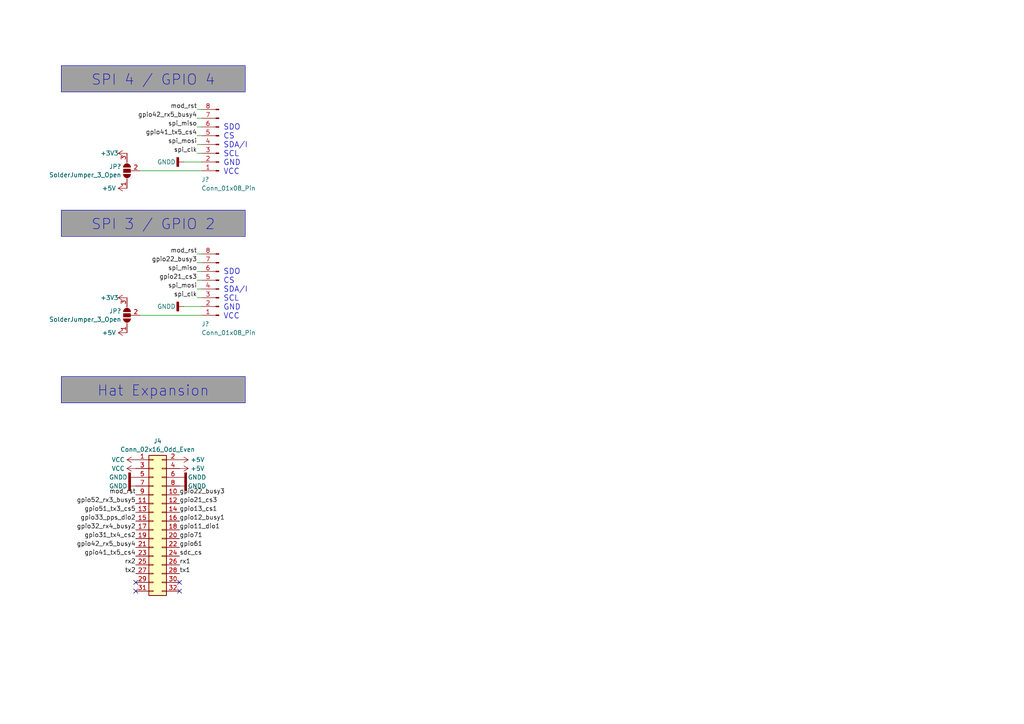
<source format=kicad_sch>
(kicad_sch (version 20230121) (generator eeschema)
  (paper "A4")
  (lib_symbols
    (symbol "Connector:Conn_01x08_Pin" (pin_names (offset 1.016) hide)
      (property "Reference" "J" (at 0 10.16 0))
      (property "Value" "Conn_01x08_Pin" (at 0 -12.7 0))
      (symbol "Conn_01x08_Pin_1_1"
        (polyline (pts (xy 1.27 -10.16) (xy 0.8636 -10.16)) (stroke (width 0.1524)))
        (polyline (pts (xy 1.27 -7.62) (xy 0.8636 -7.62)) (stroke (width 0.1524)))
        (polyline (pts (xy 1.27 -5.08) (xy 0.8636 -5.08)) (stroke (width 0.1524)))
        (polyline (pts (xy 1.27 -2.54) (xy 0.8636 -2.54)) (stroke (width 0.1524)))
        (polyline (pts (xy 1.27 0) (xy 0.8636 0)) (stroke (width 0.1524)))
        (polyline (pts (xy 1.27 2.54) (xy 0.8636 2.54)) (stroke (width 0.1524)))
        (polyline (pts (xy 1.27 5.08) (xy 0.8636 5.08)) (stroke (width 0.1524)))
        (polyline (pts (xy 1.27 7.62) (xy 0.8636 7.62)) (stroke (width 0.1524)))
        (rectangle (start 0.8636 -10.033) (end 0 -10.287) (stroke (width 0.1524)) (fill (type outline)))
        (rectangle (start 0.8636 -7.493) (end 0 -7.747) (stroke (width 0.1524)) (fill (type outline)))
        (rectangle (start 0.8636 -4.953) (end 0 -5.207) (stroke (width 0.1524)) (fill (type outline)))
        (rectangle (start 0.8636 -2.413) (end 0 -2.667) (stroke (width 0.1524)) (fill (type outline)))
        (rectangle (start 0.8636 0.127) (end 0 -0.127) (stroke (width 0.1524)) (fill (type outline)))
        (rectangle (start 0.8636 2.667) (end 0 2.413) (stroke (width 0.1524)) (fill (type outline)))
        (rectangle (start 0.8636 5.207) (end 0 4.953) (stroke (width 0.1524)) (fill (type outline)))
        (rectangle (start 0.8636 7.747) (end 0 7.493) (stroke (width 0.1524)) (fill (type outline)))
        (pin passive line (at 5.08 7.62 180) (length 3.81) (name "Pin_1") (number "1"))
        (pin passive line (at 5.08 5.08 180) (length 3.81) (name "Pin_2") (number "2"))
        (pin passive line (at 5.08 2.54 180) (length 3.81) (name "Pin_3") (number "3"))
        (pin passive line (at 5.08 0 180) (length 3.81) (name "Pin_4") (number "4"))
        (pin passive line (at 5.08 -2.54 180) (length 3.81) (name "Pin_5") (number "5"))
        (pin passive line (at 5.08 -5.08 180) (length 3.81) (name "Pin_6") (number "6"))
        (pin passive line (at 5.08 -7.62 180) (length 3.81) (name "Pin_7") (number "7"))
        (pin passive line (at 5.08 -10.16 180) (length 3.81) (name "Pin_8") (number "8"))
      )
    )
    (symbol "Connector_Generic:Conn_02x16_Odd_Even" (pin_names (offset 1.016) hide)
      (property "Reference" "J" (at 1.27 20.32 0))
      (property "Value" "Conn_02x16_Odd_Even" (at 1.27 -22.86 0))
      (symbol "Conn_02x16_Odd_Even_1_1"
        (rectangle (start -1.27 -20.193) (end 0 -20.447) (stroke (width 0.1524)))
        (rectangle (start -1.27 -17.653) (end 0 -17.907) (stroke (width 0.1524)))
        (rectangle (start -1.27 -15.113) (end 0 -15.367) (stroke (width 0.1524)))
        (rectangle (start -1.27 -12.573) (end 0 -12.827) (stroke (width 0.1524)))
        (rectangle (start -1.27 -10.033) (end 0 -10.287) (stroke (width 0.1524)))
        (rectangle (start -1.27 -7.493) (end 0 -7.747) (stroke (width 0.1524)))
        (rectangle (start -1.27 -4.953) (end 0 -5.207) (stroke (width 0.1524)))
        (rectangle (start -1.27 -2.413) (end 0 -2.667) (stroke (width 0.1524)))
        (rectangle (start -1.27 0.127) (end 0 -0.127) (stroke (width 0.1524)))
        (rectangle (start -1.27 2.667) (end 0 2.413) (stroke (width 0.1524)))
        (rectangle (start -1.27 5.207) (end 0 4.953) (stroke (width 0.1524)))
        (rectangle (start -1.27 7.747) (end 0 7.493) (stroke (width 0.1524)))
        (rectangle (start -1.27 10.287) (end 0 10.033) (stroke (width 0.1524)))
        (rectangle (start -1.27 12.827) (end 0 12.573) (stroke (width 0.1524)))
        (rectangle (start -1.27 15.367) (end 0 15.113) (stroke (width 0.1524)))
        (rectangle (start -1.27 17.907) (end 0 17.653) (stroke (width 0.1524)))
        (rectangle (start -1.27 19.05) (end 3.81 -21.59) (stroke (width 0.254)) (fill (type background)))
        (rectangle (start 3.81 -20.193) (end 2.54 -20.447) (stroke (width 0.1524)))
        (rectangle (start 3.81 -17.653) (end 2.54 -17.907) (stroke (width 0.1524)))
        (rectangle (start 3.81 -15.113) (end 2.54 -15.367) (stroke (width 0.1524)))
        (rectangle (start 3.81 -12.573) (end 2.54 -12.827) (stroke (width 0.1524)))
        (rectangle (start 3.81 -10.033) (end 2.54 -10.287) (stroke (width 0.1524)))
        (rectangle (start 3.81 -7.493) (end 2.54 -7.747) (stroke (width 0.1524)))
        (rectangle (start 3.81 -4.953) (end 2.54 -5.207) (stroke (width 0.1524)))
        (rectangle (start 3.81 -2.413) (end 2.54 -2.667) (stroke (width 0.1524)))
        (rectangle (start 3.81 0.127) (end 2.54 -0.127) (stroke (width 0.1524)))
        (rectangle (start 3.81 2.667) (end 2.54 2.413) (stroke (width 0.1524)))
        (rectangle (start 3.81 5.207) (end 2.54 4.953) (stroke (width 0.1524)))
        (rectangle (start 3.81 7.747) (end 2.54 7.493) (stroke (width 0.1524)))
        (rectangle (start 3.81 10.287) (end 2.54 10.033) (stroke (width 0.1524)))
        (rectangle (start 3.81 12.827) (end 2.54 12.573) (stroke (width 0.1524)))
        (rectangle (start 3.81 15.367) (end 2.54 15.113) (stroke (width 0.1524)))
        (rectangle (start 3.81 17.907) (end 2.54 17.653) (stroke (width 0.1524)))
        (pin passive line (at -5.08 17.78 0) (length 3.81) (name "Pin_1") (number "1"))
        (pin passive line (at 7.62 7.62 180) (length 3.81) (name "Pin_10") (number "10"))
        (pin passive line (at -5.08 5.08 0) (length 3.81) (name "Pin_11") (number "11"))
        (pin passive line (at 7.62 5.08 180) (length 3.81) (name "Pin_12") (number "12"))
        (pin passive line (at -5.08 2.54 0) (length 3.81) (name "Pin_13") (number "13"))
        (pin passive line (at 7.62 2.54 180) (length 3.81) (name "Pin_14") (number "14"))
        (pin passive line (at -5.08 0 0) (length 3.81) (name "Pin_15") (number "15"))
        (pin passive line (at 7.62 0 180) (length 3.81) (name "Pin_16") (number "16"))
        (pin passive line (at -5.08 -2.54 0) (length 3.81) (name "Pin_17") (number "17"))
        (pin passive line (at 7.62 -2.54 180) (length 3.81) (name "Pin_18") (number "18"))
        (pin passive line (at -5.08 -5.08 0) (length 3.81) (name "Pin_19") (number "19"))
        (pin passive line (at 7.62 17.78 180) (length 3.81) (name "Pin_2") (number "2"))
        (pin passive line (at 7.62 -5.08 180) (length 3.81) (name "Pin_20") (number "20"))
        (pin passive line (at -5.08 -7.62 0) (length 3.81) (name "Pin_21") (number "21"))
        (pin passive line (at 7.62 -7.62 180) (length 3.81) (name "Pin_22") (number "22"))
        (pin passive line (at -5.08 -10.16 0) (length 3.81) (name "Pin_23") (number "23"))
        (pin passive line (at 7.62 -10.16 180) (length 3.81) (name "Pin_24") (number "24"))
        (pin passive line (at -5.08 -12.7 0) (length 3.81) (name "Pin_25") (number "25"))
        (pin passive line (at 7.62 -12.7 180) (length 3.81) (name "Pin_26") (number "26"))
        (pin passive line (at -5.08 -15.24 0) (length 3.81) (name "Pin_27") (number "27"))
        (pin passive line (at 7.62 -15.24 180) (length 3.81) (name "Pin_28") (number "28"))
        (pin passive line (at -5.08 -17.78 0) (length 3.81) (name "Pin_29") (number "29"))
        (pin passive line (at -5.08 15.24 0) (length 3.81) (name "Pin_3") (number "3"))
        (pin passive line (at 7.62 -17.78 180) (length 3.81) (name "Pin_30") (number "30"))
        (pin passive line (at -5.08 -20.32 0) (length 3.81) (name "Pin_31") (number "31"))
        (pin passive line (at 7.62 -20.32 180) (length 3.81) (name "Pin_32") (number "32"))
        (pin passive line (at 7.62 15.24 180) (length 3.81) (name "Pin_4") (number "4"))
        (pin passive line (at -5.08 12.7 0) (length 3.81) (name "Pin_5") (number "5"))
        (pin passive line (at 7.62 12.7 180) (length 3.81) (name "Pin_6") (number "6"))
        (pin passive line (at -5.08 10.16 0) (length 3.81) (name "Pin_7") (number "7"))
        (pin passive line (at 7.62 10.16 180) (length 3.81) (name "Pin_8") (number "8"))
        (pin passive line (at -5.08 7.62 0) (length 3.81) (name "Pin_9") (number "9"))
      )
    )
    (symbol "Jumper:SolderJumper_3_Open" (pin_names (offset 0) hide)
      (property "Reference" "JP" (at -2.54 -2.54 0))
      (property "Value" "SolderJumper_3_Open" (at 0 2.794 0))
      (symbol "SolderJumper_3_Open_0_1"
        (arc (start -1.016 1.016) (mid -2.0276 0) (end -1.016 -1.016))
        (arc (start -1.016 1.016) (mid -2.0276 0) (end -1.016 -1.016) (fill (type outline)))
        (rectangle (start -0.508 1.016) (end 0.508 -1.016) (fill (type outline)))
        (polyline (pts (xy -2.54 0) (xy -2.032 0)))
        (polyline (pts (xy -1.016 1.016) (xy -1.016 -1.016)))
        (polyline (pts (xy 0 -1.27) (xy 0 -1.016)))
        (polyline (pts (xy 1.016 1.016) (xy 1.016 -1.016)))
        (polyline (pts (xy 2.54 0) (xy 2.032 0)))
        (arc (start 1.016 -1.016) (mid 2.0276 0) (end 1.016 1.016))
        (arc (start 1.016 -1.016) (mid 2.0276 0) (end 1.016 1.016) (fill (type outline)))
      )
      (symbol "SolderJumper_3_Open_1_1"
        (pin passive line (at -5.08 0 0) (length 2.54) (name "A") (number "1"))
        (pin passive line (at 0 -3.81 90) (length 2.54) (name "C") (number "2"))
        (pin passive line (at 5.08 0 180) (length 2.54) (name "B") (number "3"))
      )
    )
    (symbol "power:+3V3" (power) (pin_names (offset 0))
      (property "Value" "+3V3" (at 0 3.556 0))
      (symbol "+3V3_0_1"
        (polyline (pts (xy -0.762 1.27) (xy 0 2.54)))
        (polyline (pts (xy 0 0) (xy 0 2.54)))
        (polyline (pts (xy 0 2.54) (xy 0.762 1.27)))
      )
      (symbol "+3V3_1_1"
        (pin power_in line (at 0 0 90) (length 0) hide (name "+3V3") (number "1"))
      )
    )
    (symbol "power:+5V" (power) (pin_names (offset 0))
      (property "Value" "+5V" (at 0 3.556 0))
      (symbol "+5V_0_1"
        (polyline (pts (xy -0.762 1.27) (xy 0 2.54)))
        (polyline (pts (xy 0 0) (xy 0 2.54)))
        (polyline (pts (xy 0 2.54) (xy 0.762 1.27)))
      )
      (symbol "+5V_1_1"
        (pin power_in line (at 0 0 90) (length 0) hide (name "+5V") (number "1"))
      )
    )
    (symbol "power:GNDD" (power) (pin_names (offset 0))
      (property "Value" "GNDD" (at 0 -3.175 0))
      (symbol "GNDD_0_1"
        (rectangle (start -1.27 -1.524) (end 1.27 -2.032) (stroke (width 0.254)) (fill (type outline)))
        (polyline (pts (xy 0 0) (xy 0 -1.524)))
      )
      (symbol "GNDD_1_1"
        (pin power_in line (at 0 0 270) (length 0) hide (name "GNDD") (number "1"))
      )
    )
    (symbol "power:VCC" (power) (pin_names (offset 0))
      (property "Value" "VCC" (at 0 3.81 0))
      (symbol "VCC_0_1"
        (polyline (pts (xy -0.762 1.27) (xy 0 2.54)))
        (polyline (pts (xy 0 0) (xy 0 2.54)))
        (polyline (pts (xy 0 2.54) (xy 0.762 1.27)))
      )
      (symbol "VCC_1_1"
        (pin power_in line (at 0 0 90) (length 0) hide (name "VCC") (number "1"))
      )
    )
  )
  (no_connect (at 39.37 168.91))
  (no_connect (at 52.07 171.45))
  (no_connect (at 52.07 168.91))
  (no_connect (at 39.37 171.45))
  (wire (pts (xy 57.15 81.28) (xy 58.42 81.28)))
  (wire (pts (xy 40.64 49.53) (xy 58.42 49.53)))
  (wire (pts (xy 57.15 73.66) (xy 58.42 73.66)))
  (wire (pts (xy 57.15 36.83) (xy 58.42 36.83)))
  (wire (pts (xy 58.42 86.36) (xy 57.15 86.36)))
  (wire (pts (xy 58.42 44.45) (xy 57.15 44.45)))
  (wire (pts (xy 57.15 78.74) (xy 58.42 78.74)))
  (wire (pts (xy 58.42 41.91) (xy 57.15 41.91)))
  (wire (pts (xy 57.15 76.2) (xy 58.42 76.2)))
  (wire (pts (xy 40.64 91.44) (xy 58.42 91.44)))
  (wire (pts (xy 57.15 31.75) (xy 58.42 31.75)))
  (wire (pts (xy 58.42 83.82) (xy 57.15 83.82)))
  (wire (pts (xy 57.15 39.37) (xy 58.42 39.37)))
  (wire (pts (xy 53.34 88.9) (xy 58.42 88.9)))
  (wire (pts (xy 57.15 34.29) (xy 58.42 34.29)))
  (wire (pts (xy 53.34 46.99) (xy 58.42 46.99)))
  (text_box "SPI 3 / GPIO 2" (at 17.78 60.96 0) (size 53.34 7.62) (fill (type color) (color 160 160 160 1)) (effects (font (size 3 3)) (justify top)))
  (text_box "SPI 4 / GPIO 4" (at 17.78 19.05 0) (size 53.34 7.62) (fill (type color) (color 160 160 160 1)) (effects (font (size 3 3)) (justify top)))
  (text_box "Hat Expansion" (at 17.78 109.22 0) (size 53.34 7.62) (fill (type color) (color 160 160 160 1)) (effects (font (size 3 3)) (justify top)))
  (text "SDO\nCS\nSDA/I\nSCL\nGND\nVCC\n" (at 64.77 50.8 0) (effects (font (size 1.6 1.6)) (justify left bottom)))
  (text "SDO\nCS\nSDA/I\nSCL\nGND\nVCC\n" (at 64.77 92.71 0) (effects (font (size 1.6 1.6)) (justify left bottom)))
  (label "gpio13_cs1" (at 52.07 148.59 0))
  (label "gpio33_pps_dio2" (at 39.37 151.13 180))
  (label "gpio11_dio1" (at 52.07 153.67 0))
  (label "gpio32_rx4_busy2" (at 39.37 153.67 180))
  (label "sdc_cs" (at 52.07 161.29 0))
  (label "gpio21_cs3" (at 57.15 81.28 180))
  (label "gpio61" (at 52.07 158.75 0))
  (label "gpio52_rx3_busy5" (at 39.37 146.05 180))
  (label "gpio22_busy3" (at 52.07 143.51 0))
  (label "gpio51_tx3_cs5" (at 39.37 148.59 180))
  (label "spi_mosi" (at 57.15 41.91 180))
  (label "mod_rst" (at 57.15 73.66 180))
  (label "gpio42_rx5_busy4" (at 39.37 158.75 180))
  (label "rx1" (at 52.07 163.83 0))
  (label "spi_mosi" (at 57.15 83.82 180))
  (label "gpio42_rx5_busy4" (at 57.15 34.29 180))
  (label "spi_miso" (at 57.15 78.74 180))
  (label "gpio22_busy3" (at 57.15 76.2 180))
  (label "spi_miso" (at 57.15 36.83 180))
  (label "gpio41_tx5_cs4" (at 39.37 161.29 180))
  (label "mod_rst" (at 39.37 143.51 180))
  (label "gpio41_tx5_cs4" (at 57.15 39.37 180))
  (label "spi_clk" (at 57.15 86.36 180))
  (label "rx2" (at 39.37 163.83 180))
  (label "gpio21_cs3" (at 52.07 146.05 0))
  (label "spi_clk" (at 57.15 44.45 180))
  (label "tx2" (at 39.37 166.37 180))
  (label "gpio12_busy1" (at 52.07 151.13 0))
  (label "gpio71" (at 52.07 156.21 0))
  (label "gpio31_tx4_cs2" (at 39.37 156.21 180))
  (label "tx1" (at 52.07 166.37 0))
  (label "mod_rst" (at 57.15 31.75 180))
  (symbol (lib_id "power:GNDD") (at 53.34 46.99 270) (unit 1)
    (property "Reference" "#PWR046" (effects hide))
    (property "Value" "GNDD" (at 48.26 46.99 90))
  )
  (symbol (lib_id "power:GNDD") (at 53.34 88.9 270) (unit 1)
    (property "Reference" "#PWR037" (effects hide))
    (property "Value" "GNDD" (at 48.26 88.9 90))
  )
  (symbol (lib_id "Connector:Conn_01x08_Pin") (at 63.5 41.91 180) (unit 1)
    (property "Reference" "J?" (at 58.42 52.07 0) (effects (justify right)))
    (property "Value" "Conn_01x08_Pin" (at 58.42 54.61 0) (effects (justify right)))
  )
  (symbol (lib_id "power:VCC") (at 39.37 133.35 90) (unit 1)
    (property "Reference" "#PWR0122" (effects hide))
    (property "Value" "VCC" (at 36.195 133.35 90) (effects (justify left)))
  )
  (symbol (lib_id "power:GNDD") (at 52.07 138.43 90) (unit 1)
    (property "Reference" "#PWR0128" (effects hide))
    (property "Value" "GNDD" (at 57.15 138.43 90))
  )
  (symbol (lib_id "power:+5V") (at 52.07 133.35 270) (unit 1)
    (property "Reference" "#PWR0126" (effects hide))
    (property "Value" "+5V" (at 55.245 133.35 90) (effects (justify left)))
  )
  (symbol (lib_id "power:GNDD") (at 39.37 138.43 270) (unit 1)
    (property "Reference" "#PWR0124" (effects hide))
    (property "Value" "GNDD" (at 34.29 138.43 90))
  )
  (symbol (lib_id "power:+5V") (at 36.83 54.61 90) (unit 1)
    (property "Reference" "#PWR041" (effects hide))
    (property "Value" "+5V" (at 33.6551 54.61 90) (effects (justify left)))
  )
  (symbol (lib_id "Connector:Conn_01x08_Pin") (at 63.5 83.82 180) (unit 1)
    (property "Reference" "J?" (at 58.42 93.98 0) (effects (justify right)))
    (property "Value" "Conn_01x08_Pin" (at 58.42 96.52 0) (effects (justify right)))
  )
  (symbol (lib_id "power:GNDD") (at 52.07 140.97 90) (unit 1)
    (property "Reference" "#PWR0129" (effects hide))
    (property "Value" "GNDD" (at 57.15 140.97 90))
  )
  (symbol (lib_id "Connector_Generic:Conn_02x16_Odd_Even") (at 44.45 151.13 0) (unit 1)
    (property "Reference" "J4" (at 45.72 127.9357 0))
    (property "Value" "Conn_02x16_Odd_Even" (at 45.72 130.3599 0))
  )
  (symbol (lib_id "power:+3V3") (at 36.83 86.36 90) (unit 1)
    (property "Reference" "#PWR029" (effects hide))
    (property "Value" "+3V3" (at 31.75 86.36 90))
  )
  (symbol (lib_id "power:+5V") (at 52.07 135.89 270) (unit 1)
    (property "Reference" "#PWR0127" (effects hide))
    (property "Value" "+5V" (at 55.245 135.89 90) (effects (justify left)))
  )
  (symbol (lib_id "power:+3V3") (at 36.83 44.45 90) (unit 1)
    (property "Reference" "#PWR040" (effects hide))
    (property "Value" "+3V3" (at 31.75 44.45 90))
  )
  (symbol (lib_id "power:GNDD") (at 39.37 140.97 270) (unit 1)
    (property "Reference" "#PWR0125" (effects hide))
    (property "Value" "GNDD" (at 34.29 140.97 90))
  )
  (symbol (lib_id "power:VCC") (at 39.37 135.89 90) (unit 1)
    (property "Reference" "#PWR0123" (effects hide))
    (property "Value" "VCC" (at 36.195 135.89 90) (effects (justify left)))
  )
  (symbol (lib_id "power:+5V") (at 36.83 96.52 90) (unit 1)
    (property "Reference" "#PWR036" (effects hide))
    (property "Value" "+5V" (at 33.6551 96.52 90) (effects (justify left)))
  )
  (symbol (lib_id "Jumper:SolderJumper_3_Open") (at 36.83 91.44 90) (unit 1)
    (property "Reference" "JP?" (at 35.179 90.2279 90) (effects (justify left)))
    (property "Value" "SolderJumper_3_Open" (at 35.179 92.6521 90) (effects (justify left)))
  )
  (symbol (lib_id "Jumper:SolderJumper_3_Open") (at 36.83 49.53 90) (unit 1)
    (property "Reference" "JP?" (at 35.179 48.3179 90) (effects (justify left)))
    (property "Value" "SolderJumper_3_Open" (at 35.179 50.7421 90) (effects (justify left)))
  )
)
</source>
